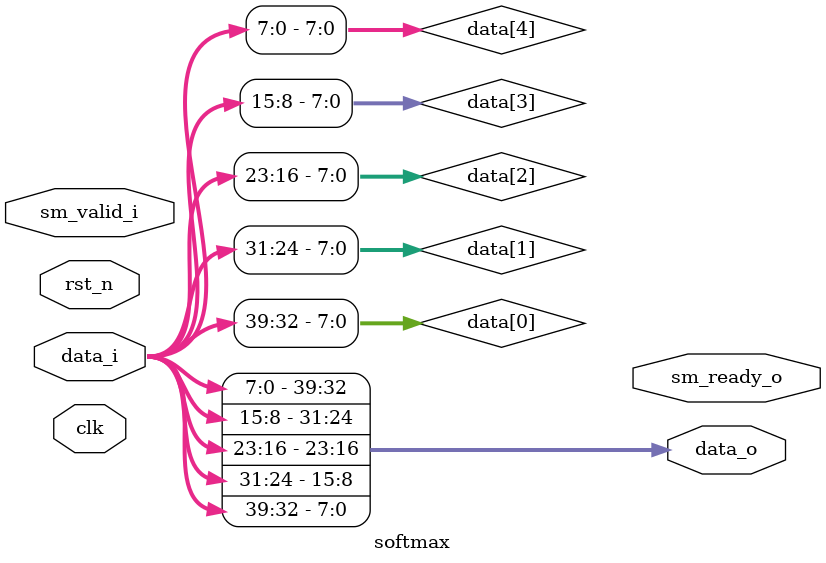
<source format=v>
module softmax #(
  parameter DATA_WIDTH        = 8,
  parameter NUM_OF_NODES      = 5,

  localparam DATA_WIDTH_FLAT  = NUM_OF_NODES * DATA_WIDTH
)(
  input clk,
  input rst_n,

  input                         sm_valid_i  ,
  output                        sm_ready_o  ,

  input   [DATA_WIDTH_FLAT-1:0] data_i      ,
  output  [DATA_WIDTH_FLAT-1:0] data_o
);
  //* ========== wire declaration ===========
  wire  [DATA_WIDTH-1:0]        data [0:NUM_OF_NODES-1];

  //* ========= internal declaration ========
  genvar i, j;

  //* ========== input assignment ===========
  // -- deflatten input
  generate
    for (i = 0; i < NUM_OF_NODES; i = i + 1) begin
      assign data[NUM_OF_NODES-1-i] = data_i[DATA_WIDTH*(i+1)-1:DATA_WIDTH*i];
    end
  endgenerate

  //* ========== output assignment ==========
  // -- flatten output
  generate
    for (i = 0; i < NUM_OF_NODES; i = i + 1) begin
      for (j = 0; j < DATA_WIDTH; j = j + 1) begin
        assign data_o[i*DATA_WIDTH+j] = data[i][j];
      end
    end
  endgenerate
endmodule
</source>
